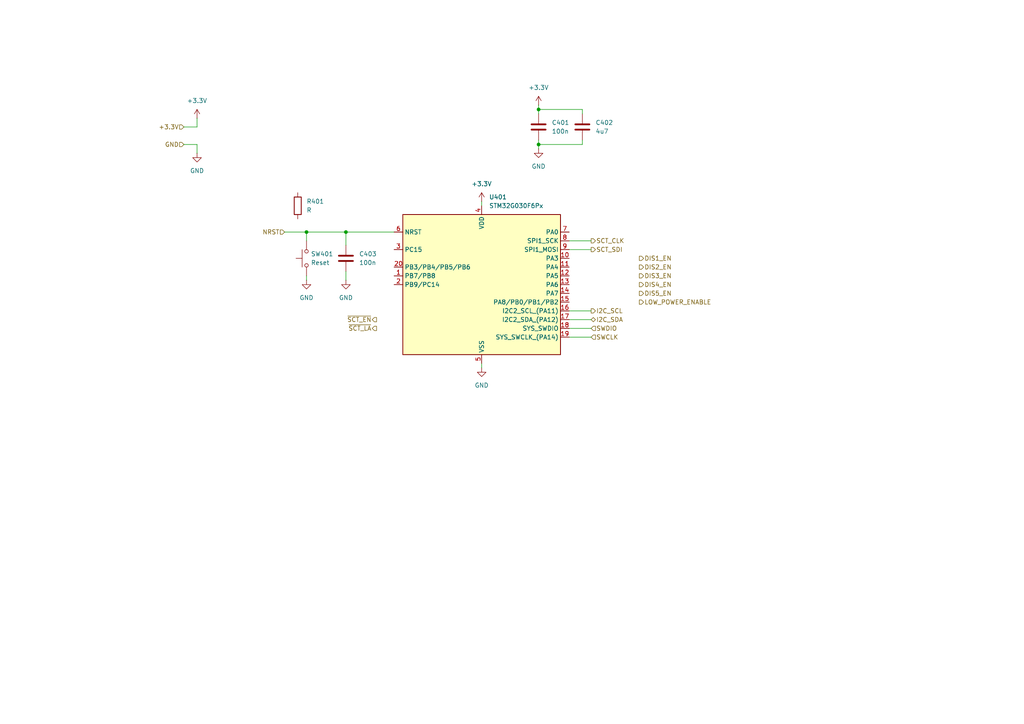
<source format=kicad_sch>
(kicad_sch (version 20250114) (generator "eeschema") (generator_version "9.0")
  (paper "A4")
  (lib_symbols
    (symbol "Device:C" (pin_numbers (hide yes)) (pin_names (offset 0.254))
      (property "Reference" "C" (at 0.635 2.54 0))
      (property "Value" "C" (at 0.635 -2.54 0))
      (symbol "C_0_1"
        (polyline (pts (xy -2.032 0.762) (xy 2.032 0.762)) (stroke (width 0.508)))
        (polyline (pts (xy -2.032 -0.762) (xy 2.032 -0.762)) (stroke (width 0.508)))
      )
      (symbol "C_1_1"
        (pin passive line (at 0 3.81 270) (length 2.794) (name "~") (number "1"))
        (pin passive line (at 0 -3.81 90) (length 2.794) (name "~") (number "2"))
      )
    )
    (symbol "Device:R" (pin_numbers (hide yes)) (pin_names (offset 0))
      (property "Reference" "R" (at 2.032 0 90))
      (property "Value" "R" (at 0 0 90))
      (symbol "R_0_1"
        (rectangle (start -1.016 -2.54) (end 1.016 2.54) (stroke (width 0.254)))
      )
      (symbol "R_1_1"
        (pin passive line (at 0 3.81 270) (length 1.27) (name "~") (number "1"))
        (pin passive line (at 0 -3.81 90) (length 1.27) (name "~") (number "2"))
      )
    )
    (symbol "MCU_ST_STM32G0:STM32G030F6Px"
      (property "Reference" "U" (at -22.86 21.59 0))
      (property "Value" "STM32G030F6Px" (at 2.54 21.59 0))
      (symbol "STM32G030F6Px_0_1"
        (rectangle (start -22.86 -20.32) (end 22.86 20.32) (stroke (width 0.254)) (fill (type background)))
      )
      (symbol "STM32G030F6Px_1_1"
        (pin input line (at -25.4 15.24 0) (length 2.54) (name "NRST") (number "6"))
        (pin bidirectional line (at -25.4 10.16 0) (length 2.54) (name "PC15") (number "3"))
        (pin bidirectional line (at -25.4 5.08 0) (length 2.54) (name "PB3/PB4/PB5/PB6") (number "20"))
        (pin bidirectional line (at -25.4 2.54 0) (length 2.54) (name "PB7/PB8") (number "1"))
        (pin bidirectional line (at -25.4 0 0) (length 2.54) (name "PB9/PC14") (number "2"))
        (pin power_in line (at 0 22.86 270) (length 2.54) (name "VDD") (number "4"))
        (pin power_in line (at 0 -22.86 90) (length 2.54) (name "VSS") (number "5"))
        (pin bidirectional line (at 25.4 15.24 180) (length 2.54) (name "PA0") (number "7"))
        (pin bidirectional line (at 25.4 12.7 180) (length 2.54) (name "PA1") (number "8") (alternate "SPI1_SCK" bidirectional line))
        (pin bidirectional line (at 25.4 10.16 180) (length 2.54) (name "PA2") (number "9") (alternate "SPI1_MOSI" bidirectional line))
        (pin bidirectional line (at 25.4 7.62 180) (length 2.54) (name "PA3") (number "10"))
        (pin bidirectional line (at 25.4 5.08 180) (length 2.54) (name "PA4") (number "11"))
        (pin bidirectional line (at 25.4 2.54 180) (length 2.54) (name "PA5") (number "12") (alternate "SPI1_SCK" bidirectional line))
        (pin bidirectional line (at 25.4 0 180) (length 2.54) (name "PA6") (number "13"))
        (pin bidirectional line (at 25.4 -2.54 180) (length 2.54) (name "PA7") (number "14") (alternate "SPI1_MOSI" bidirectional line))
        (pin bidirectional line (at 25.4 -5.08 180) (length 2.54) (name "PA8/PB0/PB1/PB2") (number "15"))
        (pin bidirectional line (at 25.4 -7.62 180) (length 2.54) (name "PA9/PA11") (number "16") (alternate "I2C2_SCL (PA11)" bidirectional line))
        (pin bidirectional line (at 25.4 -10.16 180) (length 2.54) (name "PA10/PA12") (number "17") (alternate "I2C2_SDA (PA12)" bidirectional line))
        (pin bidirectional line (at 25.4 -12.7 180) (length 2.54) (name "PA13") (number "18") (alternate "SYS_SWDIO" bidirectional line))
        (pin bidirectional line (at 25.4 -15.24 180) (length 2.54) (name "PA14/PA15") (number "19") (alternate "SYS_SWCLK (PA14)" bidirectional line))
      )
    )
    (symbol "Switch:SW_Push" (pin_numbers (hide yes)) (pin_names (offset 1.016) (hide yes))
      (property "Reference" "SW" (at 1.27 2.54 0))
      (property "Value" "SW_Push" (at 0 -1.524 0))
      (symbol "SW_Push_0_1"
        (circle (center -2.032 0) (radius 0.508))
        (polyline (pts (xy 0 1.27) (xy 0 3.048)))
        (circle (center 2.032 0) (radius 0.508))
        (polyline (pts (xy 2.54 1.27) (xy -2.54 1.27)))
        (pin passive line (at -5.08 0 0) (length 2.54) (name "1") (number "1"))
        (pin passive line (at 5.08 0 180) (length 2.54) (name "2") (number "2"))
      )
    )
    (symbol "power:+3.3V" (power) (pin_numbers (hide yes)) (pin_names (offset 0) (hide yes))
      (property "Value" "+3.3V" (at 0 3.556 0))
      (symbol "+3.3V_0_1"
        (polyline (pts (xy -0.762 1.27) (xy 0 2.54)))
        (polyline (pts (xy 0 2.54) (xy 0.762 1.27)))
        (polyline (pts (xy 0 0) (xy 0 2.54)))
      )
      (symbol "+3.3V_1_1"
        (pin power_in line (at 0 0 90) (length 0) (name "~") (number "1"))
      )
    )
    (symbol "power:GND" (power) (pin_numbers (hide yes)) (pin_names (offset 0) (hide yes))
      (property "Value" "GND" (at 0 -3.81 0))
      (symbol "GND_0_1"
        (polyline (pts (xy 0 0) (xy 0 -1.27) (xy 1.27 -1.27) (xy 0 -2.54) (xy -1.27 -1.27) (xy 0 -1.27)))
      )
      (symbol "GND_1_1"
        (pin power_in line (at 0 0 270) (length 0) (name "~") (number "1"))
      )
    )
  )
  (junction (at 88.9 67.31))
  (junction (at 156.21 41.91))
  (junction (at 156.21 31.75))
  (junction (at 100.33 67.31))
  (wire (pts (xy 168.91 40.64) (xy 168.91 41.91)))
  (wire (pts (xy 57.15 36.83) (xy 57.15 34.29)))
  (wire (pts (xy 165.1 95.25) (xy 171.45 95.25)))
  (wire (pts (xy 156.21 41.91) (xy 156.21 43.18)))
  (wire (pts (xy 165.1 97.79) (xy 171.45 97.79)))
  (wire (pts (xy 100.33 71.12) (xy 100.33 67.31)))
  (wire (pts (xy 165.1 90.17) (xy 171.45 90.17)))
  (wire (pts (xy 53.34 36.83) (xy 57.15 36.83)))
  (wire (pts (xy 88.9 67.31) (xy 88.9 69.85)))
  (wire (pts (xy 139.7 58.42) (xy 139.7 59.69)))
  (wire (pts (xy 156.21 31.75) (xy 156.21 33.02)))
  (wire (pts (xy 82.55 67.31) (xy 88.9 67.31)))
  (wire (pts (xy 53.34 41.91) (xy 57.15 41.91)))
  (wire (pts (xy 100.33 67.31) (xy 114.3 67.31)))
  (wire (pts (xy 168.91 41.91) (xy 156.21 41.91)))
  (wire (pts (xy 168.91 31.75) (xy 168.91 33.02)))
  (wire (pts (xy 100.33 78.74) (xy 100.33 81.28)))
  (wire (pts (xy 88.9 67.31) (xy 100.33 67.31)))
  (wire (pts (xy 156.21 31.75) (xy 168.91 31.75)))
  (wire (pts (xy 57.15 41.91) (xy 57.15 44.45)))
  (wire (pts (xy 165.1 72.39) (xy 171.45 72.39)))
  (wire (pts (xy 88.9 80.01) (xy 88.9 81.28)))
  (wire (pts (xy 139.7 105.41) (xy 139.7 106.68)))
  (wire (pts (xy 156.21 40.64) (xy 156.21 41.91)))
  (wire (pts (xy 156.21 30.48) (xy 156.21 31.75)))
  (wire (pts (xy 165.1 92.71) (xy 171.45 92.71)))
  (wire (pts (xy 165.1 69.85) (xy 171.45 69.85)))
  (hierarchical_label "SWDIO" (shape input) (at 171.45 95.25 0))
  (hierarchical_label "LOW_POWER_ENABLE" (shape output) (at 185.42 87.63 0))
  (hierarchical_label "SWCLK" (shape input) (at 171.45 97.79 0))
  (hierarchical_label "DIS2_EN" (shape output) (at 185.42 77.47 0))
  (hierarchical_label "GND" (shape input) (at 53.34 41.91 180))
  (hierarchical_label "DIS3_EN" (shape output) (at 185.42 80.01 0))
  (hierarchical_label "DIS1_EN" (shape output) (at 185.42 74.93 0))
  (hierarchical_label "+3.3V" (shape input) (at 53.34 36.83 180))
  (hierarchical_label "SCT_SDI" (shape output) (at 171.45 72.39 0))
  (hierarchical_label "I2C_SCL" (shape output) (at 171.45 90.17 0))
  (hierarchical_label "DIS5_EN" (shape output) (at 185.42 85.09 0))
  (hierarchical_label "I2C_SDA" (shape bidirectional) (at 171.45 92.71 0))
  (hierarchical_label "DIS4_EN" (shape output) (at 185.42 82.55 0))
  (hierarchical_label "NRST" (shape input) (at 82.55 67.31 180))
  (hierarchical_label "~{SCT_LA}" (shape output) (at 109.22 95.25 180))
  (hierarchical_label "~{SCT_EN}" (shape output) (at 109.22 92.71 180))
  (hierarchical_label "SCT_CLK" (shape output) (at 171.45 69.85 0))
  (symbol (lib_id "Device:C") (at 168.91 36.83 0) (unit 1)
    (property "Reference" "C402" (at 172.72 35.5599 0) (effects (justify left)))
    (property "Value" "4u7" (at 172.72 38.0999 0) (effects (justify left)))
    (property "Description" "Unpolarized capacitor" (effects (hide yes)))
  )
  (symbol (lib_id "power:GND") (at 156.21 43.18 0) (unit 1)
    (property "Reference" "#PWR0406" (effects (hide yes)))
    (property "Value" "GND" (at 156.21 48.26 0))
    (property "Description" "Power symbol creates a global label with name \"GND\" , ground" (effects (hide yes)))
  )
  (symbol (lib_id "power:+3.3V") (at 156.21 30.48 0) (unit 1)
    (property "Reference" "#PWR0405" (effects (hide yes)))
    (property "Value" "+3.3V" (at 156.21 25.4 0))
    (property "Description" "Power symbol creates a global label with name \"+3.3V\"" (effects (hide yes)))
  )
  (symbol (lib_id "power:GND") (at 139.7 106.68 0) (unit 1)
    (property "Reference" "#PWR0402" (effects (hide yes)))
    (property "Value" "GND" (at 139.7 111.76 0))
    (property "Description" "Power symbol creates a global label with name \"GND\" , ground" (effects (hide yes)))
  )
  (symbol (lib_id "Device:C") (at 100.33 74.93 0) (unit 1)
    (property "Reference" "C403" (at 104.14 73.6599 0) (effects (justify left)))
    (property "Value" "100n" (at 104.14 76.1999 0) (effects (justify left)))
    (property "Footprint" "Capacitor_SMD:C_0603_1608Metric" (effects (hide yes)))
    (property "Description" "Unpolarized capacitor" (effects (hide yes)))
  )
  (symbol (lib_id "Device:C") (at 156.21 36.83 0) (unit 1)
    (property "Reference" "C401" (at 160.02 35.5599 0) (effects (justify left)))
    (property "Value" "100n" (at 160.02 38.0999 0) (effects (justify left)))
    (property "Description" "Unpolarized capacitor" (effects (hide yes)))
  )
  (symbol (lib_id "power:+3.3V") (at 139.7 58.42 0) (unit 1)
    (property "Reference" "#PWR0404" (effects (hide yes)))
    (property "Value" "+3.3V" (at 139.7 53.34 0))
    (property "Description" "Power symbol creates a global label with name \"+3.3V\"" (effects (hide yes)))
  )
  (symbol (lib_id "Device:R") (at 86.36 59.69 0) (unit 1)
    (property "Reference" "R401" (at 88.9 58.4199 0) (effects (justify left)))
    (property "Value" "R" (at 88.9 60.9599 0) (effects (justify left)))
    (property "Description" "Resistor" (effects (hide yes)))
  )
  (symbol (lib_id "power:GND") (at 100.33 81.28 0) (unit 1)
    (property "Reference" "#PWR0408" (effects (hide yes)))
    (property "Value" "GND" (at 100.33 86.36 0))
    (property "Description" "Power symbol creates a global label with name \"GND\" , ground" (effects (hide yes)))
  )
  (symbol (lib_id "power:GND") (at 88.9 81.28 0) (unit 1)
    (property "Reference" "#PWR0407" (effects (hide yes)))
    (property "Value" "GND" (at 88.9 86.36 0))
    (property "Description" "Power symbol creates a global label with name \"GND\" , ground" (effects (hide yes)))
  )
  (symbol (lib_id "Switch:SW_Push") (at 88.9 74.93 90) (unit 1)
    (property "Reference" "SW401" (at 90.17 73.6599 90) (effects (justify right)))
    (property "Value" "Reset" (at 90.17 76.1999 90) (effects (justify right)))
    (property "Description" "Push button switch, generic, two pins" (effects (hide yes)))
  )
  (symbol (lib_id "MCU_ST_STM32G0:STM32G030F6Px") (at 139.7 82.55 0) (unit 1)
    (property "Reference" "U401" (at 141.8433 57.15 0) (effects (justify left)))
    (property "Value" "STM32G030F6Px" (at 141.8433 59.69 0) (effects (justify left)))
    (property "Footprint" "Package_SO:TSSOP-20_4.4x6.5mm_P0.65mm" (effects (hide yes)))
    (property "Datasheet" "https://www.st.com/resource/en/datasheet/stm32g030f6.pdf" (effects (hide yes)))
    (property "Description" "STMicroelectronics Arm Cortex-M0+ MCU, 32KB flash, 8KB RAM, 64 MHz, 2.0-3.6V, 17 GPIO, TSSOP20" (effects (hide yes)))
    (pin "9" (alternate "SPI1_MOSI"))
    (pin "16" (alternate "I2C2_SCL (PA11)"))
    (pin "18" (alternate "SYS_SWDIO"))
    (pin "8" (alternate "SPI1_SCK"))
    (pin "17" (alternate "I2C2_SDA (PA12)"))
    (pin "19" (alternate "SYS_SWCLK (PA14)"))
  )
  (symbol (lib_id "power:GND") (at 57.15 44.45 0) (unit 1)
    (property "Reference" "#PWR0403" (effects (hide yes)))
    (property "Value" "GND" (at 57.15 49.53 0))
    (property "Description" "Power symbol creates a global label with name \"GND\" , ground" (effects (hide yes)))
  )
  (symbol (lib_id "power:+3.3V") (at 57.15 34.29 0) (unit 1)
    (property "Reference" "#PWR0401" (effects (hide yes)))
    (property "Value" "+3.3V" (at 57.15 29.21 0))
    (property "Description" "Power symbol creates a global label with name \"+3.3V\"" (effects (hide yes)))
  )
)
</source>
